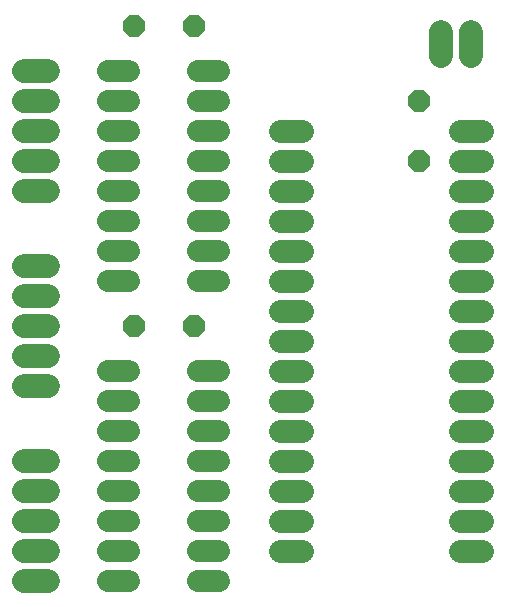
<source format=gbr>
G04 EAGLE Gerber RS-274X export*
G75*
%MOMM*%
%FSLAX34Y34*%
%LPD*%
%INTop Copper*%
%IPPOS*%
%AMOC8*
5,1,8,0,0,1.08239X$1,22.5*%
G01*
%ADD10C,1.916000*%
%ADD11P,1.979475X8X112.500000*%
%ADD12P,1.979475X8X202.500000*%
%ADD13C,1.828800*%
%ADD14C,2.032000*%
%ADD15C,2.016000*%


D10*
X435030Y76200D02*
X415870Y76200D01*
X415870Y101600D02*
X435030Y101600D01*
X435030Y127000D02*
X415870Y127000D01*
X415870Y152400D02*
X435030Y152400D01*
X435030Y177800D02*
X415870Y177800D01*
X415870Y203200D02*
X435030Y203200D01*
X435030Y228600D02*
X415870Y228600D01*
X415870Y254000D02*
X435030Y254000D01*
X435030Y279400D02*
X415870Y279400D01*
X415870Y304800D02*
X435030Y304800D01*
X435030Y330200D02*
X415870Y330200D01*
X415870Y355600D02*
X435030Y355600D01*
X435030Y381000D02*
X415870Y381000D01*
X415870Y406400D02*
X435030Y406400D01*
X435030Y431800D02*
X415870Y431800D01*
X282630Y431800D02*
X263470Y431800D01*
X263470Y406400D02*
X282630Y406400D01*
X282630Y381000D02*
X263470Y381000D01*
X263470Y355600D02*
X282630Y355600D01*
X282630Y330200D02*
X263470Y330200D01*
X263470Y304800D02*
X282630Y304800D01*
X282630Y279400D02*
X263470Y279400D01*
X263470Y254000D02*
X282630Y254000D01*
X282630Y228600D02*
X263470Y228600D01*
X263470Y203200D02*
X282630Y203200D01*
X282630Y177800D02*
X263470Y177800D01*
X263470Y152400D02*
X282630Y152400D01*
X282630Y127000D02*
X263470Y127000D01*
X263470Y101600D02*
X282630Y101600D01*
X282630Y76200D02*
X263470Y76200D01*
D11*
X381000Y406400D03*
X381000Y457200D03*
D12*
X190500Y266700D03*
X139700Y266700D03*
X190500Y520700D03*
X139700Y520700D03*
D13*
X194056Y50800D02*
X212344Y50800D01*
X212344Y76200D02*
X194056Y76200D01*
X194056Y203200D02*
X212344Y203200D01*
X212344Y228600D02*
X194056Y228600D01*
X194056Y101600D02*
X212344Y101600D01*
X212344Y127000D02*
X194056Y127000D01*
X194056Y177800D02*
X212344Y177800D01*
X212344Y152400D02*
X194056Y152400D01*
X136144Y228600D02*
X117856Y228600D01*
X117856Y203200D02*
X136144Y203200D01*
X136144Y177800D02*
X117856Y177800D01*
X117856Y152400D02*
X136144Y152400D01*
X136144Y127000D02*
X117856Y127000D01*
X117856Y101600D02*
X136144Y101600D01*
X136144Y76200D02*
X117856Y76200D01*
X117856Y50800D02*
X136144Y50800D01*
X194056Y304800D02*
X212344Y304800D01*
X212344Y330200D02*
X194056Y330200D01*
X194056Y457200D02*
X212344Y457200D01*
X212344Y482600D02*
X194056Y482600D01*
X194056Y355600D02*
X212344Y355600D01*
X212344Y381000D02*
X194056Y381000D01*
X194056Y431800D02*
X212344Y431800D01*
X212344Y406400D02*
X194056Y406400D01*
X136144Y482600D02*
X117856Y482600D01*
X117856Y457200D02*
X136144Y457200D01*
X136144Y431800D02*
X117856Y431800D01*
X117856Y406400D02*
X136144Y406400D01*
X136144Y381000D02*
X117856Y381000D01*
X117856Y355600D02*
X136144Y355600D01*
X136144Y330200D02*
X117856Y330200D01*
X117856Y304800D02*
X136144Y304800D01*
D14*
X67310Y101600D02*
X46990Y101600D01*
X46990Y127000D02*
X67310Y127000D01*
X67310Y152400D02*
X46990Y152400D01*
X46990Y76200D02*
X67310Y76200D01*
X67310Y50800D02*
X46990Y50800D01*
X46990Y266700D02*
X67310Y266700D01*
X67310Y292100D02*
X46990Y292100D01*
X46990Y317500D02*
X67310Y317500D01*
X67310Y241300D02*
X46990Y241300D01*
X46990Y215900D02*
X67310Y215900D01*
X67310Y431800D02*
X46990Y431800D01*
X46990Y457200D02*
X67310Y457200D01*
X67310Y482600D02*
X46990Y482600D01*
X46990Y406400D02*
X67310Y406400D01*
X67310Y381000D02*
X46990Y381000D01*
D15*
X400050Y494745D02*
X400050Y514905D01*
X425450Y514905D02*
X425450Y494745D01*
M02*

</source>
